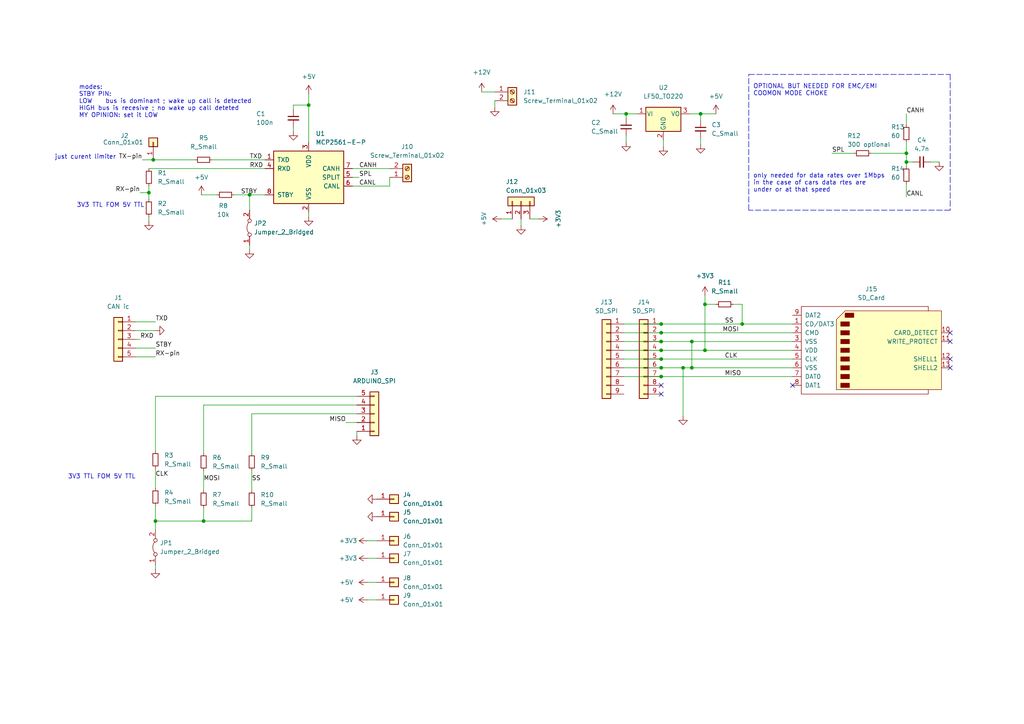
<source format=kicad_sch>
(kicad_sch (version 20211123) (generator eeschema)
  (paper "A4")
  (lib_symbols
    (symbol "Connector:SD_Card" (pin_names (offset 1.016))
      (property "Reference" "J" (at -16.51 13.97 0))
      (property "Value" "SD_Card" (at 15.24 -13.97 0))
      (symbol "SD_Card_0_1"
        (rectangle (start -8.89 -9.525) (end -6.35 -10.795) (fill (type outline)))
        (rectangle (start -8.89 -6.985) (end -6.35 -8.255) (fill (type outline)))
        (rectangle (start -8.89 -4.445) (end -6.35 -5.715) (fill (type outline)))
        (rectangle (start -8.89 -1.905) (end -6.35 -3.175) (fill (type outline)))
        (rectangle (start -8.89 0.635) (end -6.35 -0.635) (fill (type outline)))
        (rectangle (start -8.89 3.175) (end -6.35 1.905) (fill (type outline)))
        (rectangle (start -8.89 5.715) (end -6.35 4.445) (fill (type outline)))
        (rectangle (start -8.89 8.255) (end -6.35 6.985) (fill (type outline)))
        (rectangle (start -7.62 10.795) (end -5.08 9.525) (fill (type outline)))
        (polyline (pts (xy -10.16 8.89) (xy -7.62 11.43) (xy 20.32 11.43) (xy 20.32 -11.43) (xy -10.16 -11.43) (xy -10.16 8.89)) (fill (type background)))
        (polyline (pts (xy 16.51 11.43) (xy 16.51 12.7) (xy -20.32 12.7) (xy -20.32 -12.7) (xy 16.51 -12.7) (xy 16.51 -11.43)))
      )
      (symbol "SD_Card_1_1"
        (pin input line (at -22.86 7.62 0) (length 2.54) (name "CD/DAT3") (number "1"))
        (pin input line (at 22.86 5.08 180) (length 2.54) (name "CARD_DETECT") (number "10"))
        (pin input line (at 22.86 2.54 180) (length 2.54) (name "WRITE_PROTECT") (number "11"))
        (pin input line (at 22.86 -2.54 180) (length 2.54) (name "SHELL1") (number "12"))
        (pin input line (at 22.86 -5.08 180) (length 2.54) (name "SHELL2") (number "13"))
        (pin input line (at -22.86 5.08 0) (length 2.54) (name "CMD") (number "2"))
        (pin power_in line (at -22.86 2.54 0) (length 2.54) (name "VSS") (number "3"))
        (pin power_in line (at -22.86 0 0) (length 2.54) (name "VDD") (number "4"))
        (pin input line (at -22.86 -2.54 0) (length 2.54) (name "CLK") (number "5"))
        (pin power_in line (at -22.86 -5.08 0) (length 2.54) (name "VSS") (number "6"))
        (pin input line (at -22.86 -7.62 0) (length 2.54) (name "DAT0") (number "7"))
        (pin input line (at -22.86 -10.16 0) (length 2.54) (name "DAT1") (number "8"))
        (pin input line (at -22.86 10.16 0) (length 2.54) (name "DAT2") (number "9"))
      )
    )
    (symbol "Connector:Screw_Terminal_01x02" (pin_names (offset 1.016) hide)
      (property "Reference" "J" (at 0 2.54 0))
      (property "Value" "Screw_Terminal_01x02" (at 0 -5.08 0))
      (symbol "Screw_Terminal_01x02_1_1"
        (rectangle (start -1.27 1.27) (end 1.27 -3.81) (stroke (width 0.254)) (fill (type background)))
        (circle (center 0 -2.54) (radius 0.635) (stroke (width 0.1524)))
        (polyline (pts (xy -0.5334 -2.2098) (xy 0.3302 -3.048)) (stroke (width 0.1524)))
        (polyline (pts (xy -0.5334 0.3302) (xy 0.3302 -0.508)) (stroke (width 0.1524)))
        (polyline (pts (xy -0.3556 -2.032) (xy 0.508 -2.8702)) (stroke (width 0.1524)))
        (polyline (pts (xy -0.3556 0.508) (xy 0.508 -0.3302)) (stroke (width 0.1524)))
        (circle (center 0 0) (radius 0.635) (stroke (width 0.1524)))
        (pin passive line (at -5.08 0 0) (length 3.81) (name "Pin_1") (number "1"))
        (pin passive line (at -5.08 -2.54 0) (length 3.81) (name "Pin_2") (number "2"))
      )
    )
    (symbol "Connector_Generic:Conn_01x01" (pin_names (offset 1.016) hide)
      (property "Reference" "J" (at 0 2.54 0))
      (property "Value" "Conn_01x01" (at 0 -2.54 0))
      (symbol "Conn_01x01_1_1"
        (rectangle (start -1.27 0.127) (end 0 -0.127) (stroke (width 0.1524)))
        (rectangle (start -1.27 1.27) (end 1.27 -1.27) (stroke (width 0.254)) (fill (type background)))
        (pin passive line (at -5.08 0 0) (length 3.81) (name "Pin_1") (number "1"))
      )
    )
    (symbol "Connector_Generic:Conn_01x03" (pin_names (offset 1.016) hide)
      (property "Reference" "J" (at 0 5.08 0))
      (property "Value" "Conn_01x03" (at 0 -5.08 0))
      (symbol "Conn_01x03_1_1"
        (rectangle (start -1.27 -2.413) (end 0 -2.667) (stroke (width 0.1524)))
        (rectangle (start -1.27 0.127) (end 0 -0.127) (stroke (width 0.1524)))
        (rectangle (start -1.27 2.667) (end 0 2.413) (stroke (width 0.1524)))
        (rectangle (start -1.27 3.81) (end 1.27 -3.81) (stroke (width 0.254)) (fill (type background)))
        (pin passive line (at -5.08 2.54 0) (length 3.81) (name "Pin_1") (number "1"))
        (pin passive line (at -5.08 0 0) (length 3.81) (name "Pin_2") (number "2"))
        (pin passive line (at -5.08 -2.54 0) (length 3.81) (name "Pin_3") (number "3"))
      )
    )
    (symbol "Connector_Generic:Conn_01x05" (pin_names (offset 1.016) hide)
      (property "Reference" "J" (at 0 7.62 0))
      (property "Value" "Conn_01x05" (at 0 -7.62 0))
      (symbol "Conn_01x05_1_1"
        (rectangle (start -1.27 -4.953) (end 0 -5.207) (stroke (width 0.1524)))
        (rectangle (start -1.27 -2.413) (end 0 -2.667) (stroke (width 0.1524)))
        (rectangle (start -1.27 0.127) (end 0 -0.127) (stroke (width 0.1524)))
        (rectangle (start -1.27 2.667) (end 0 2.413) (stroke (width 0.1524)))
        (rectangle (start -1.27 5.207) (end 0 4.953) (stroke (width 0.1524)))
        (rectangle (start -1.27 6.35) (end 1.27 -6.35) (stroke (width 0.254)) (fill (type background)))
        (pin passive line (at -5.08 5.08 0) (length 3.81) (name "Pin_1") (number "1"))
        (pin passive line (at -5.08 2.54 0) (length 3.81) (name "Pin_2") (number "2"))
        (pin passive line (at -5.08 0 0) (length 3.81) (name "Pin_3") (number "3"))
        (pin passive line (at -5.08 -2.54 0) (length 3.81) (name "Pin_4") (number "4"))
        (pin passive line (at -5.08 -5.08 0) (length 3.81) (name "Pin_5") (number "5"))
      )
    )
    (symbol "Connector_Generic:Conn_01x09" (pin_names (offset 1.016) hide)
      (property "Reference" "J" (at 0 12.7 0))
      (property "Value" "Conn_01x09" (at 0 -12.7 0))
      (symbol "Conn_01x09_1_1"
        (rectangle (start -1.27 -10.033) (end 0 -10.287) (stroke (width 0.1524)))
        (rectangle (start -1.27 -7.493) (end 0 -7.747) (stroke (width 0.1524)))
        (rectangle (start -1.27 -4.953) (end 0 -5.207) (stroke (width 0.1524)))
        (rectangle (start -1.27 -2.413) (end 0 -2.667) (stroke (width 0.1524)))
        (rectangle (start -1.27 0.127) (end 0 -0.127) (stroke (width 0.1524)))
        (rectangle (start -1.27 2.667) (end 0 2.413) (stroke (width 0.1524)))
        (rectangle (start -1.27 5.207) (end 0 4.953) (stroke (width 0.1524)))
        (rectangle (start -1.27 7.747) (end 0 7.493) (stroke (width 0.1524)))
        (rectangle (start -1.27 10.287) (end 0 10.033) (stroke (width 0.1524)))
        (rectangle (start -1.27 11.43) (end 1.27 -11.43) (stroke (width 0.254)) (fill (type background)))
        (pin passive line (at -5.08 10.16 0) (length 3.81) (name "Pin_1") (number "1"))
        (pin passive line (at -5.08 7.62 0) (length 3.81) (name "Pin_2") (number "2"))
        (pin passive line (at -5.08 5.08 0) (length 3.81) (name "Pin_3") (number "3"))
        (pin passive line (at -5.08 2.54 0) (length 3.81) (name "Pin_4") (number "4"))
        (pin passive line (at -5.08 0 0) (length 3.81) (name "Pin_5") (number "5"))
        (pin passive line (at -5.08 -2.54 0) (length 3.81) (name "Pin_6") (number "6"))
        (pin passive line (at -5.08 -5.08 0) (length 3.81) (name "Pin_7") (number "7"))
        (pin passive line (at -5.08 -7.62 0) (length 3.81) (name "Pin_8") (number "8"))
        (pin passive line (at -5.08 -10.16 0) (length 3.81) (name "Pin_9") (number "9"))
      )
    )
    (symbol "Device:C_Small" (pin_numbers hide) (pin_names (offset 0.254) hide)
      (property "Reference" "C" (at 0.254 1.778 0))
      (property "Value" "C_Small" (at 0.254 -2.032 0))
      (symbol "C_Small_0_1"
        (polyline (pts (xy -1.524 -0.508) (xy 1.524 -0.508)) (stroke (width 0.3302)))
        (polyline (pts (xy -1.524 0.508) (xy 1.524 0.508)) (stroke (width 0.3048)))
      )
      (symbol "C_Small_1_1"
        (pin passive line (at 0 2.54 270) (length 2.032) (name "~") (number "1"))
        (pin passive line (at 0 -2.54 90) (length 2.032) (name "~") (number "2"))
      )
    )
    (symbol "Device:R_Small" (pin_numbers hide) (pin_names (offset 0.254) hide)
      (property "Reference" "R" (at 0.762 0.508 0))
      (property "Value" "R_Small" (at 0.762 -1.016 0))
      (symbol "R_Small_0_1"
        (rectangle (start -0.762 1.778) (end 0.762 -1.778) (stroke (width 0.2032)))
      )
      (symbol "R_Small_1_1"
        (pin passive line (at 0 2.54 270) (length 0.762) (name "~") (number "1"))
        (pin passive line (at 0 -2.54 90) (length 0.762) (name "~") (number "2"))
      )
    )
    (symbol "Interface_CAN_LIN:MCP2561-E-P" (pin_names (offset 1.016))
      (property "Reference" "U" (at -10.16 8.89 0))
      (property "Value" "MCP2561-E-P" (at 2.54 8.89 0))
      (symbol "MCP2561-E-P_0_1"
        (rectangle (start -10.16 7.62) (end 10.16 -7.62) (stroke (width 0.254)) (fill (type background)))
      )
      (symbol "MCP2561-E-P_1_1"
        (pin input line (at -12.7 5.08 0) (length 2.54) (name "TXD") (number "1"))
        (pin power_in line (at 0 -10.16 90) (length 2.54) (name "VSS") (number "2"))
        (pin power_in line (at 0 10.16 270) (length 2.54) (name "VDD") (number "3"))
        (pin output line (at -12.7 2.54 0) (length 2.54) (name "RXD") (number "4"))
        (pin passive line (at 12.7 0 180) (length 2.54) (name "SPLIT") (number "5"))
        (pin bidirectional line (at 12.7 -2.54 180) (length 2.54) (name "CANL") (number "6"))
        (pin bidirectional line (at 12.7 2.54 180) (length 2.54) (name "CANH") (number "7"))
        (pin input line (at -12.7 -5.08 0) (length 2.54) (name "STBY") (number "8"))
      )
    )
    (symbol "Jumper:Jumper_2_Bridged" (pin_names (offset 0) hide)
      (property "Reference" "JP" (at 0 1.905 0))
      (property "Value" "Jumper_2_Bridged" (at 0 -2.54 0))
      (symbol "Jumper_2_Bridged_0_0"
        (circle (center -2.032 0) (radius 0.508))
        (circle (center 2.032 0) (radius 0.508))
      )
      (symbol "Jumper_2_Bridged_0_1"
        (arc (start 1.524 0.254) (mid 0 0.762) (end -1.524 0.254))
      )
      (symbol "Jumper_2_Bridged_1_1"
        (pin passive line (at -5.08 0 0) (length 2.54) (name "A") (number "1"))
        (pin passive line (at 5.08 0 180) (length 2.54) (name "B") (number "2"))
      )
    )
    (symbol "Regulator_Linear:LF50_TO220" (pin_names (offset 0.254))
      (property "Reference" "U" (at -3.81 3.175 0))
      (property "Value" "LF50_TO220" (at 0 3.175 0))
      (symbol "LF50_TO220_0_1"
        (rectangle (start -5.08 1.905) (end 5.08 -5.08) (stroke (width 0.254)) (fill (type background)))
      )
      (symbol "LF50_TO220_1_1"
        (pin power_in line (at -7.62 0 0) (length 2.54) (name "VI") (number "1"))
        (pin power_in line (at 0 -7.62 90) (length 2.54) (name "GND") (number "2"))
        (pin power_out line (at 7.62 0 180) (length 2.54) (name "VO") (number "3"))
      )
    )
    (symbol "power:+12V" (power) (pin_names (offset 0))
      (property "Value" "+12V" (at 0 3.556 0))
      (symbol "+12V_0_1"
        (polyline (pts (xy -0.762 1.27) (xy 0 2.54)))
        (polyline (pts (xy 0 0) (xy 0 2.54)))
        (polyline (pts (xy 0 2.54) (xy 0.762 1.27)))
      )
      (symbol "+12V_1_1"
        (pin power_in line (at 0 0 90) (length 0) hide (name "+12V") (number "1"))
      )
    )
    (symbol "power:+3V3" (power) (pin_names (offset 0))
      (property "Value" "+3V3" (at 0 3.556 0))
      (symbol "+3V3_0_1"
        (polyline (pts (xy -0.762 1.27) (xy 0 2.54)))
        (polyline (pts (xy 0 0) (xy 0 2.54)))
        (polyline (pts (xy 0 2.54) (xy 0.762 1.27)))
      )
      (symbol "+3V3_1_1"
        (pin power_in line (at 0 0 90) (length 0) hide (name "+3V3") (number "1"))
      )
    )
    (symbol "power:+5V" (power) (pin_names (offset 0))
      (property "Value" "+5V" (at 0 3.556 0))
      (symbol "+5V_0_1"
        (polyline (pts (xy -0.762 1.27) (xy 0 2.54)))
        (polyline (pts (xy 0 0) (xy 0 2.54)))
        (polyline (pts (xy 0 2.54) (xy 0.762 1.27)))
      )
      (symbol "+5V_1_1"
        (pin power_in line (at 0 0 90) (length 0) hide (name "+5V") (number "1"))
      )
    )
    (symbol "power:GND" (power) (pin_names (offset 0))
      (property "Value" "GND" (at 0 -3.81 0))
      (symbol "GND_0_1"
        (polyline (pts (xy 0 0) (xy 0 -1.27) (xy 1.27 -1.27) (xy 0 -2.54) (xy -1.27 -1.27) (xy 0 -1.27)))
      )
      (symbol "GND_1_1"
        (pin power_in line (at 0 0 270) (length 0) hide (name "GND") (number "1"))
      )
    )
  )
  (junction (at 191.77 101.6))
  (junction (at 200.66 99.06))
  (junction (at 191.77 99.06))
  (junction (at 43.18 55.88))
  (junction (at 215.265 93.98))
  (junction (at 262.89 44.45))
  (junction (at 191.77 93.98))
  (junction (at 203.2 33.02))
  (junction (at 59.055 151.13))
  (junction (at 191.77 106.68))
  (junction (at 191.77 104.14))
  (junction (at 191.77 96.52))
  (junction (at 181.61 33.02))
  (junction (at 204.47 101.6))
  (junction (at 200.66 106.68))
  (junction (at 262.89 46.99))
  (junction (at 89.535 30.48))
  (junction (at 72.39 56.515))
  (junction (at 191.77 109.22))
  (junction (at 204.47 88.265))
  (junction (at 44.45 46.355))
  (junction (at 198.12 106.68))
  (junction (at 45.085 151.13))
  (no_connect (at 275.59 104.14))
  (no_connect (at 275.59 99.06))
  (no_connect (at 191.77 111.76))
  (no_connect (at 229.87 111.76))
  (no_connect (at 191.77 114.3))
  (no_connect (at 275.59 96.52))
  (no_connect (at 275.59 106.68))
  (wire (pts (xy 102.235 51.435) (xy 104.14 51.435)))
  (wire (pts (xy 191.77 101.6) (xy 204.47 101.6)))
  (wire (pts (xy 212.725 88.265) (xy 215.265 88.265)))
  (wire (pts (xy 262.89 33.02) (xy 262.89 36.195)))
  (wire (pts (xy 192.405 40.64) (xy 192.405 42.545)))
  (wire (pts (xy 203.2 33.02) (xy 207.645 33.02)))
  (wire (pts (xy 191.77 99.06) (xy 200.66 99.06)))
  (polyline (pts (xy 275.59 60.96) (xy 217.17 60.96)))
  (wire (pts (xy 215.265 88.265) (xy 215.265 93.98)))
  (wire (pts (xy 40.64 55.88) (xy 43.18 55.88)))
  (wire (pts (xy 177.8 33.02) (xy 181.61 33.02)))
  (wire (pts (xy 191.77 96.52) (xy 229.87 96.52)))
  (wire (pts (xy 200.66 106.68) (xy 229.87 106.68)))
  (wire (pts (xy 262.89 53.34) (xy 262.89 57.15)))
  (wire (pts (xy 61.595 46.355) (xy 76.835 46.355)))
  (wire (pts (xy 191.77 104.14) (xy 229.87 104.14)))
  (wire (pts (xy 103.505 125.095) (xy 103.505 126.365)))
  (wire (pts (xy 180.975 93.98) (xy 191.77 93.98)))
  (wire (pts (xy 102.235 53.975) (xy 113.03 53.975)))
  (wire (pts (xy 45.085 114.935) (xy 45.085 130.81)))
  (wire (pts (xy 215.265 93.98) (xy 229.87 93.98)))
  (wire (pts (xy 45.085 146.685) (xy 45.085 151.13)))
  (wire (pts (xy 113.03 51.435) (xy 113.03 53.975)))
  (wire (pts (xy 72.39 56.515) (xy 72.39 60.96)))
  (wire (pts (xy 106.68 173.99) (xy 109.22 173.99)))
  (wire (pts (xy 204.47 88.265) (xy 204.47 101.6)))
  (wire (pts (xy 85.09 31.75) (xy 85.09 30.48)))
  (wire (pts (xy 180.975 96.52) (xy 191.77 96.52)))
  (wire (pts (xy 198.12 106.68) (xy 198.12 120.65)))
  (wire (pts (xy 145.415 63.5) (xy 148.59 63.5)))
  (wire (pts (xy 106.68 156.845) (xy 109.22 156.845)))
  (wire (pts (xy 72.39 56.515) (xy 76.835 56.515)))
  (wire (pts (xy 180.975 99.06) (xy 191.77 99.06)))
  (wire (pts (xy 39.37 93.345) (xy 45.085 93.345)))
  (wire (pts (xy 59.055 151.13) (xy 73.025 151.13)))
  (wire (pts (xy 191.77 109.22) (xy 229.87 109.22)))
  (wire (pts (xy 191.77 106.68) (xy 198.12 106.68)))
  (wire (pts (xy 73.025 136.525) (xy 73.025 142.24)))
  (wire (pts (xy 59.055 117.475) (xy 59.055 131.445)))
  (wire (pts (xy 85.09 30.48) (xy 89.535 30.48)))
  (wire (pts (xy 39.37 98.425) (xy 40.64 98.425)))
  (wire (pts (xy 103.505 120.015) (xy 73.025 120.015)))
  (wire (pts (xy 200.025 33.02) (xy 203.2 33.02)))
  (polyline (pts (xy 217.17 60.96) (xy 217.17 21.59)))
  (wire (pts (xy 67.945 56.515) (xy 72.39 56.515)))
  (wire (pts (xy 102.235 48.895) (xy 113.03 48.895)))
  (wire (pts (xy 269.875 46.99) (xy 272.415 46.99)))
  (wire (pts (xy 100.33 122.555) (xy 103.505 122.555)))
  (wire (pts (xy 204.47 101.6) (xy 229.87 101.6)))
  (wire (pts (xy 45.085 135.89) (xy 45.085 141.605)))
  (wire (pts (xy 203.2 40.005) (xy 203.2 41.91)))
  (wire (pts (xy 198.12 106.68) (xy 200.66 106.68)))
  (wire (pts (xy 41.275 46.355) (xy 44.45 46.355)))
  (wire (pts (xy 262.89 41.275) (xy 262.89 44.45)))
  (wire (pts (xy 39.37 100.965) (xy 45.085 100.965)))
  (wire (pts (xy 262.89 44.45) (xy 262.89 46.99)))
  (wire (pts (xy 181.61 39.37) (xy 181.61 41.275)))
  (wire (pts (xy 43.18 62.865) (xy 43.18 64.135)))
  (wire (pts (xy 200.66 99.06) (xy 200.66 106.68)))
  (wire (pts (xy 180.975 101.6) (xy 191.77 101.6)))
  (wire (pts (xy 59.055 147.32) (xy 59.055 151.13)))
  (wire (pts (xy 204.47 85.725) (xy 204.47 88.265)))
  (wire (pts (xy 200.66 99.06) (xy 229.87 99.06)))
  (wire (pts (xy 45.085 114.935) (xy 103.505 114.935)))
  (wire (pts (xy 106.68 161.925) (xy 109.22 161.925)))
  (wire (pts (xy 39.37 103.505) (xy 45.085 103.505)))
  (wire (pts (xy 180.975 109.22) (xy 191.77 109.22)))
  (wire (pts (xy 73.025 120.015) (xy 73.025 131.445)))
  (wire (pts (xy 204.47 88.265) (xy 207.645 88.265)))
  (wire (pts (xy 59.055 136.525) (xy 59.055 142.24)))
  (wire (pts (xy 252.73 44.45) (xy 262.89 44.45)))
  (wire (pts (xy 103.505 117.475) (xy 59.055 117.475)))
  (wire (pts (xy 181.61 33.02) (xy 184.785 33.02)))
  (polyline (pts (xy 217.17 21.59) (xy 275.59 21.59)))
  (wire (pts (xy 89.535 27.305) (xy 89.535 30.48)))
  (wire (pts (xy 89.535 61.595) (xy 89.535 62.865)))
  (wire (pts (xy 156.21 63.5) (xy 153.67 63.5)))
  (wire (pts (xy 58.42 56.515) (xy 62.865 56.515)))
  (wire (pts (xy 43.18 55.88) (xy 43.18 57.785)))
  (wire (pts (xy 151.13 63.5) (xy 151.13 65.405)))
  (wire (pts (xy 203.2 33.02) (xy 203.2 34.925)))
  (wire (pts (xy 262.89 46.99) (xy 262.89 48.26)))
  (wire (pts (xy 45.085 151.13) (xy 45.085 153.67)))
  (wire (pts (xy 191.77 93.98) (xy 215.265 93.98)))
  (wire (pts (xy 73.025 147.32) (xy 73.025 151.13)))
  (wire (pts (xy 45.085 163.83) (xy 45.085 165.1)))
  (wire (pts (xy 72.39 71.12) (xy 72.39 72.39)))
  (wire (pts (xy 85.09 38.1) (xy 85.09 36.83)))
  (wire (pts (xy 180.975 104.14) (xy 191.77 104.14)))
  (wire (pts (xy 106.68 168.91) (xy 109.22 168.91)))
  (wire (pts (xy 43.18 53.975) (xy 43.18 55.88)))
  (wire (pts (xy 241.3 44.45) (xy 247.65 44.45)))
  (wire (pts (xy 44.45 46.355) (xy 56.515 46.355)))
  (wire (pts (xy 139.7 26.67) (xy 143.51 26.67)))
  (wire (pts (xy 181.61 33.02) (xy 181.61 34.29)))
  (wire (pts (xy 43.18 48.895) (xy 76.835 48.895)))
  (wire (pts (xy 45.085 151.13) (xy 59.055 151.13)))
  (polyline (pts (xy 275.59 21.59) (xy 275.59 60.96)))
  (wire (pts (xy 39.37 95.885) (xy 45.085 95.885)))
  (wire (pts (xy 180.975 106.68) (xy 191.77 106.68)))
  (wire (pts (xy 262.89 46.99) (xy 264.795 46.99)))
  (wire (pts (xy 89.535 30.48) (xy 89.535 41.275)))
  (wire (pts (xy 143.51 29.21) (xy 143.51 31.115)))
  (text "3V3 TTL FOM 5V TTL" (at 22.225 60.325 0) (effects (font (size 1.27 1.27)) (justify left bottom)))
  (text "only needed for data rates over 1Mbps\nin the case of cars data rtes are\nunder or at that speed" (at 218.44 55.88 0) (effects (font (size 1.27 1.27)) (justify left bottom)))
  (text "OPTIONAL BUT NEEDED FOR EMC/EMI\nCOOMON MODE CHOKE" (at 218.44 27.94 0) (effects (font (size 1.27 1.27)) (justify left bottom)))
  (text "modes:\nSTBY PIN:\nLOW    bus is dominant ; wake up call is detected\nHIGH bus is recesive ; no wake up call deteted\nMY OPINION: set it LOW" (at 22.86 34.29 0) (effects (font (size 1.27 1.27)) (justify left bottom)))
  (text "just curent limiter" (at 15.875 46.355 0) (effects (font (size 1.27 1.27)) (justify left bottom)))
  (text "3V3 TTL FOM 5V TTL" (at 19.685 139.065 0) (effects (font (size 1.27 1.27)) (justify left bottom)))
  (label "CLK" (at 210.185 104.14 0))
  (label "MOSI" (at 209.55 96.52 0))
  (label "TXD" (at 72.39 46.355 0))
  (label "CANH" (at 104.14 48.895 0))
  (label "SS" (at 73.025 139.7 0))
  (label "SPL" (at 104.14 51.435 0))
  (label "RXD" (at 72.39 48.895 0))
  (label "RX-pin" (at 45.085 103.505 0))
  (label "RXD" (at 40.64 98.425 0))
  (label "TXD" (at 45.085 93.345 0))
  (label "MISO" (at 210.185 109.22 0))
  (label "MOSI" (at 59.055 139.7 0))
  (label "TX-pin" (at 41.275 46.355 180))
  (label "STBY" (at 69.85 56.515 0))
  (label "CLK" (at 45.085 138.43 0))
  (label "MISO" (at 100.33 122.555 180))
  (label "STBY" (at 45.085 100.965 0))
  (label "CANL" (at 262.89 57.15 0))
  (label "SPL" (at 241.3 44.45 0))
  (label "RX-pin" (at 40.64 55.88 180))
  (label "CANH" (at 262.89 33.02 0))
  (label "CANL" (at 104.14 53.975 0))
  (label "SS" (at 210.185 93.98 0))
  (symbol (lib_id "Connector_Generic:Conn_01x01") (at 114.3 168.91 0) (unit 1)
    (property "Reference" "J8" (at 116.84 167.6399 0) (effects (justify left)))
    (property "Value" "Conn_01x01" (at 116.84 170.1799 0) (effects (justify left)))
    (property "Footprint" "Connector_PinHeader_2.54mm:PinHeader_1x01_P2.54mm_Vertical" (effects hide))
  )
  (symbol (lib_id "Device:R_Small") (at 262.89 38.735 0) (unit 1)
    (property "Reference" "R13" (at 258.445 36.83 0) (effects (justify left)))
    (property "Value" "60" (at 258.445 39.37 0) (effects (justify left)))
    (property "Footprint" "Resistor_THT:R_Axial_DIN0204_L3.6mm_D1.6mm_P5.08mm_Horizontal" (effects hide))
  )
  (symbol (lib_id "power:GND") (at 72.39 72.39 0) (unit 1)
    (property "Reference" "#PWR05" (effects hide))
    (property "Value" "GND" (effects hide))
  )
  (symbol (lib_id "Interface_CAN_LIN:MCP2561-E-P") (at 89.535 51.435 0) (unit 1)
    (property "Reference" "U1" (at 91.5544 38.735 0) (effects (justify left)))
    (property "Value" "MCP2561-E-P" (at 91.5544 41.275 0) (effects (justify left)))
    (property "Footprint" "Package_DIP:DIP-8_W7.62mm_LongPads" (effects hide))
    (property "Datasheet" "http://ww1.microchip.com/downloads/en/DeviceDoc/25167A.pdf" (effects hide))
  )
  (symbol (lib_id "Connector_Generic:Conn_01x09") (at 175.895 104.14 0) (mirror y) (unit 1)
    (property "Reference" "J13" (at 175.895 87.63 0))
    (property "Value" "SD_SPI" (at 175.895 90.17 0))
    (property "Footprint" "Connector_PinHeader_2.54mm:PinHeader_1x07_P2.54mm_Vertical" (effects hide))
  )
  (symbol (lib_id "power:+12V") (at 177.8 33.02 0) (unit 1)
    (property "Reference" "#PWR021" (effects hide))
    (property "Value" "+12V" (at 177.8 27.305 0))
  )
  (symbol (lib_id "Jumper:Jumper_2_Bridged") (at 72.39 66.04 90) (unit 1)
    (property "Reference" "JP2" (at 73.66 64.7699 90) (effects (justify right)))
    (property "Value" "Jumper_2_Bridged" (at 73.66 67.3099 90) (effects (justify right)))
    (property "Footprint" "Connector_PinHeader_2.54mm:PinHeader_1x02_P2.54mm_Vertical" (effects hide))
  )
  (symbol (lib_id "power:GND") (at 192.405 42.545 0) (unit 1)
    (property "Reference" "#PWR023" (effects hide))
    (property "Value" "GND" (effects hide))
  )
  (symbol (lib_id "power:GND") (at 143.51 31.115 0) (unit 1)
    (property "Reference" "#PWR017" (effects hide))
    (property "Value" "GND" (effects hide))
  )
  (symbol (lib_id "power:GND") (at 45.085 95.885 90) (unit 1)
    (property "Reference" "#PWR02" (effects hide))
    (property "Value" "GND" (effects hide))
  )
  (symbol (lib_id "power:+5V") (at 106.68 168.91 90) (unit 1)
    (property "Reference" "#PWR012" (effects hide))
    (property "Value" "+5V" (at 98.425 168.91 90) (effects (justify right)))
  )
  (symbol (lib_id "power:GND") (at 151.13 65.405 0) (unit 1)
    (property "Reference" "#PWR019" (effects hide))
    (property "Value" "GND" (effects hide))
  )
  (symbol (lib_id "Device:R_Small") (at 45.085 133.35 0) (unit 1)
    (property "Reference" "R3" (at 47.625 132.0799 0) (effects (justify left)))
    (property "Value" "R_Small" (at 47.625 134.6199 0) (effects (justify left)))
    (property "Footprint" "Resistor_THT:R_Axial_DIN0204_L3.6mm_D1.6mm_P5.08mm_Horizontal" (effects hide))
  )
  (symbol (lib_id "Device:R_Small") (at 45.085 144.145 0) (unit 1)
    (property "Reference" "R4" (at 47.625 142.8749 0) (effects (justify left)))
    (property "Value" "R_Small" (at 47.625 145.4149 0) (effects (justify left)))
    (property "Footprint" "Resistor_THT:R_Axial_DIN0204_L3.6mm_D1.6mm_P5.08mm_Horizontal" (effects hide))
  )
  (symbol (lib_id "power:+3V3") (at 156.21 63.5 270) (unit 1)
    (property "Reference" "#PWR020" (effects hide))
    (property "Value" "+3V3" (at 161.925 63.5 0))
  )
  (symbol (lib_id "Jumper:Jumper_2_Bridged") (at 45.085 158.75 90) (unit 1)
    (property "Reference" "JP1" (at 46.355 157.4799 90) (effects (justify right)))
    (property "Value" "Jumper_2_Bridged" (at 46.355 160.0199 90) (effects (justify right)))
    (property "Footprint" "Connector_PinHeader_2.54mm:PinHeader_1x02_P2.54mm_Vertical" (effects hide))
  )
  (symbol (lib_id "power:+12V") (at 139.7 26.67 0) (unit 1)
    (property "Reference" "#PWR016" (effects hide))
    (property "Value" "+12V" (at 139.7 20.955 0))
  )
  (symbol (lib_id "Connector:SD_Card") (at 252.73 101.6 0) (unit 1)
    (property "Reference" "J15" (at 252.73 83.82 0))
    (property "Value" "SD_Card" (at 252.73 86.36 0))
    (property "Datasheet" "http://portal.fciconnect.com/Comergent//fci/drawing/10067847.pdf" (effects hide))
  )
  (symbol (lib_id "power:GND") (at 109.22 144.78 270) (unit 1)
    (property "Reference" "#PWR014" (effects hide))
    (property "Value" "GND" (effects hide))
  )
  (symbol (lib_id "Connector_Generic:Conn_01x01") (at 114.3 161.925 0) (unit 1)
    (property "Reference" "J7" (at 116.84 160.6549 0) (effects (justify left)))
    (property "Value" "Conn_01x01" (at 116.84 163.1949 0) (effects (justify left)))
    (property "Footprint" "Connector_PinHeader_2.54mm:PinHeader_1x01_P2.54mm_Vertical" (effects hide))
  )
  (symbol (lib_id "power:+5V") (at 207.645 33.02 0) (unit 1)
    (property "Reference" "#PWR027" (effects hide))
    (property "Value" "+5V" (at 207.645 27.94 0))
  )
  (symbol (lib_id "Device:R_Small") (at 59.055 133.985 0) (unit 1)
    (property "Reference" "R6" (at 61.595 132.7149 0) (effects (justify left)))
    (property "Value" "R_Small" (at 61.595 135.2549 0) (effects (justify left)))
    (property "Footprint" "Resistor_THT:R_Axial_DIN0204_L3.6mm_D1.6mm_P5.08mm_Horizontal" (effects hide))
  )
  (symbol (lib_id "power:GND") (at 43.18 64.135 0) (unit 1)
    (property "Reference" "#PWR01" (effects hide))
    (property "Value" "GND" (effects hide))
  )
  (symbol (lib_id "Connector_Generic:Conn_01x05") (at 108.585 120.015 0) (mirror x) (unit 1)
    (property "Reference" "J3" (at 108.585 107.95 0))
    (property "Value" "ARDUINO_SPI" (at 108.585 110.49 0))
    (property "Footprint" "Connector_PinHeader_2.54mm:PinHeader_1x05_P2.54mm_Vertical" (effects hide))
  )
  (symbol (lib_id "power:GND") (at 109.22 149.86 270) (unit 1)
    (property "Reference" "#PWR015" (effects hide))
    (property "Value" "GND" (effects hide))
  )
  (symbol (lib_id "Device:R_Small") (at 210.185 88.265 90) (unit 1)
    (property "Reference" "R11" (at 210.185 81.915 90))
    (property "Value" "R_Small" (at 210.185 84.455 90))
    (property "Footprint" "Resistor_THT:R_Axial_DIN0204_L3.6mm_D1.6mm_P5.08mm_Horizontal" (effects hide))
  )
  (symbol (lib_id "Device:R_Small") (at 43.18 51.435 0) (unit 1)
    (property "Reference" "R1" (at 45.72 50.1649 0) (effects (justify left)))
    (property "Value" "R_Small" (at 45.72 52.7049 0) (effects (justify left)))
    (property "Footprint" "Resistor_THT:R_Axial_DIN0204_L3.6mm_D1.6mm_P5.08mm_Horizontal" (effects hide))
  )
  (symbol (lib_id "Device:R_Small") (at 73.025 133.985 0) (unit 1)
    (property "Reference" "R9" (at 75.565 132.7149 0) (effects (justify left)))
    (property "Value" "R_Small" (at 75.565 135.2549 0) (effects (justify left)))
    (property "Footprint" "Resistor_THT:R_Axial_DIN0204_L3.6mm_D1.6mm_P5.08mm_Horizontal" (effects hide))
  )
  (symbol (lib_id "power:GND") (at 198.12 120.65 0) (unit 1)
    (property "Reference" "#PWR024" (effects hide))
    (property "Value" "GND" (effects hide))
  )
  (symbol (lib_id "Connector_Generic:Conn_01x01") (at 114.3 173.99 0) (unit 1)
    (property "Reference" "J9" (at 116.84 172.7199 0) (effects (justify left)))
    (property "Value" "Conn_01x01" (at 116.84 175.2599 0) (effects (justify left)))
    (property "Footprint" "Connector_PinHeader_2.54mm:PinHeader_1x01_P2.54mm_Vertical" (effects hide))
  )
  (symbol (lib_id "Device:R_Small") (at 59.055 46.355 90) (unit 1)
    (property "Reference" "R5" (at 59.055 40.005 90))
    (property "Value" "R_Small" (at 59.055 42.545 90))
    (property "Footprint" "Resistor_THT:R_Axial_DIN0204_L3.6mm_D1.6mm_P5.08mm_Horizontal" (effects hide))
  )
  (symbol (lib_id "Device:R_Small") (at 59.055 144.78 0) (unit 1)
    (property "Reference" "R7" (at 61.595 143.5099 0) (effects (justify left)))
    (property "Value" "R_Small" (at 61.595 146.0499 0) (effects (justify left)))
    (property "Footprint" "Resistor_THT:R_Axial_DIN0204_L3.6mm_D1.6mm_P5.08mm_Horizontal" (effects hide))
  )
  (symbol (lib_id "Device:R_Small") (at 73.025 144.78 0) (unit 1)
    (property "Reference" "R10" (at 75.565 143.5099 0) (effects (justify left)))
    (property "Value" "R_Small" (at 75.565 146.0499 0) (effects (justify left)))
    (property "Footprint" "Resistor_THT:R_Axial_DIN0204_L3.6mm_D1.6mm_P5.08mm_Horizontal" (effects hide))
  )
  (symbol (lib_id "power:+5V") (at 106.68 173.99 90) (unit 1)
    (property "Reference" "#PWR013" (effects hide))
    (property "Value" "+5V" (at 98.425 173.99 90) (effects (justify right)))
  )
  (symbol (lib_id "power:GND") (at 89.535 62.865 0) (unit 1)
    (property "Reference" "#PWR08" (effects hide))
    (property "Value" "GND" (effects hide))
  )
  (symbol (lib_id "power:+3V3") (at 106.68 161.925 90) (unit 1)
    (property "Reference" "#PWR011" (effects hide))
    (property "Value" "+3V3" (at 100.965 161.925 90))
  )
  (symbol (lib_id "Connector_Generic:Conn_01x05") (at 34.29 98.425 0) (mirror y) (unit 1)
    (property "Reference" "J1" (at 34.29 86.36 0))
    (property "Value" "CAN ic" (at 34.29 88.9 0))
    (property "Footprint" "Connector_PinHeader_2.54mm:PinHeader_1x05_P2.54mm_Vertical" (effects hide))
  )
  (symbol (lib_id "Connector_Generic:Conn_01x01") (at 114.3 156.845 0) (unit 1)
    (property "Reference" "J6" (at 116.84 155.5749 0) (effects (justify left)))
    (property "Value" "Conn_01x01" (at 116.84 158.1149 0) (effects (justify left)))
    (property "Footprint" "Connector_PinHeader_2.54mm:PinHeader_1x01_P2.54mm_Vertical" (effects hide))
  )
  (symbol (lib_id "Connector_Generic:Conn_01x01") (at 44.45 41.275 90) (unit 1)
    (property "Reference" "J2" (at 34.925 39.37 90) (effects (justify right)))
    (property "Value" "Conn_01x01" (at 29.845 41.275 90) (effects (justify right)))
    (property "Footprint" "Connector_PinHeader_2.54mm:PinHeader_1x01_P2.54mm_Vertical" (effects hide))
  )
  (symbol (lib_id "power:+5V") (at 145.415 63.5 90) (unit 1)
    (property "Reference" "#PWR018" (effects hide))
    (property "Value" "+5V" (at 140.335 63.5 0))
  )
  (symbol (lib_id "power:GND") (at 103.505 126.365 0) (unit 1)
    (property "Reference" "#PWR09" (effects hide))
    (property "Value" "GND" (effects hide))
  )
  (symbol (lib_id "Device:R_Small") (at 250.19 44.45 270) (unit 1)
    (property "Reference" "R12" (at 245.745 39.37 90) (effects (justify left)))
    (property "Value" "300 optional" (at 245.745 41.91 90) (effects (justify left)))
    (property "Footprint" "Resistor_THT:R_Axial_DIN0204_L3.6mm_D1.6mm_P5.08mm_Horizontal" (effects hide))
  )
  (symbol (lib_id "Regulator_Linear:LF50_TO220") (at 192.405 33.02 0) (unit 1)
    (property "Reference" "U2" (at 192.405 25.4 0))
    (property "Value" "LF50_TO220" (at 192.405 27.94 0))
    (property "Footprint" "Package_TO_SOT_THT:TO-220-3_Horizontal_TabDown" (effects hide))
    (property "Datasheet" "http://www.st.com/content/ccc/resource/technical/document/datasheet/c4/0e/7e/2a/be/bc/4c/bd/CD00000546.pdf/files/CD00000546.pdf/jcr:content/translations/en.CD00000546.pdf" (effects hide))
  )
  (symbol (lib_id "Connector_Generic:Conn_01x01") (at 114.3 149.86 0) (unit 1)
    (property "Reference" "J5" (at 116.84 148.5899 0) (effects (justify left)))
    (property "Value" "Conn_01x01" (at 116.84 151.1299 0) (effects (justify left)))
    (property "Footprint" "Connector_PinHeader_2.54mm:PinHeader_1x01_P2.54mm_Vertical" (effects hide))
  )
  (symbol (lib_id "Connector:Screw_Terminal_01x02") (at 148.59 26.67 0) (unit 1)
    (property "Reference" "J11" (at 151.765 26.6699 0) (effects (justify left)))
    (property "Value" "Screw_Terminal_01x02" (at 151.765 29.2099 0) (effects (justify left)))
    (property "Footprint" "TerminalBlock:TerminalBlock_Altech_AK300-2_P5.00mm" (effects hide))
  )
  (symbol (lib_id "power:GND") (at 45.085 165.1 0) (unit 1)
    (property "Reference" "#PWR03" (effects hide))
    (property "Value" "GND" (effects hide))
  )
  (symbol (lib_id "Connector_Generic:Conn_01x03") (at 151.13 58.42 90) (unit 1)
    (property "Reference" "J12" (at 146.685 52.705 90) (effects (justify right)))
    (property "Value" "Conn_01x03" (at 146.685 55.245 90) (effects (justify right)))
    (property "Footprint" "Connector_PinHeader_2.54mm:PinHeader_1x03_P2.54mm_Vertical" (effects hide))
  )
  (symbol (lib_id "Device:C_Small") (at 203.2 37.465 0) (unit 1)
    (property "Reference" "C3" (at 206.375 36.2012 0) (effects (justify left)))
    (property "Value" "C_Small" (at 206.375 38.7412 0) (effects (justify left)))
    (property "Footprint" "Capacitor_THT:C_Disc_D4.3mm_W1.9mm_P5.00mm" (effects hide))
  )
  (symbol (lib_id "power:+5V") (at 58.42 56.515 0) (unit 1)
    (property "Reference" "#PWR04" (effects hide))
    (property "Value" "+5V" (at 58.42 51.435 0))
  )
  (symbol (lib_id "Device:C_Small") (at 85.09 34.29 0) (unit 1)
    (property "Reference" "C1" (at 74.295 33.02 0) (effects (justify left)))
    (property "Value" "100n" (at 74.295 35.56 0) (effects (justify left)))
    (property "Footprint" "Capacitor_THT:C_Disc_D4.3mm_W1.9mm_P5.00mm" (effects hide))
  )
  (symbol (lib_id "power:GND") (at 85.09 38.1 0) (unit 1)
    (property "Reference" "#PWR06" (effects hide))
    (property "Value" "GND" (effects hide))
  )
  (symbol (lib_id "Device:R_Small") (at 43.18 60.325 0) (unit 1)
    (property "Reference" "R2" (at 45.72 59.0549 0) (effects (justify left)))
    (property "Value" "R_Small" (at 45.72 61.5949 0) (effects (justify left)))
    (property "Footprint" "Resistor_THT:R_Axial_DIN0204_L3.6mm_D1.6mm_P5.08mm_Horizontal" (effects hide))
  )
  (symbol (lib_id "Device:C_Small") (at 267.335 46.99 90) (unit 1)
    (property "Reference" "C4" (at 267.3413 40.64 90))
    (property "Value" "4.7n" (at 267.3413 43.18 90))
    (property "Footprint" "Capacitor_THT:C_Disc_D4.3mm_W1.9mm_P5.00mm" (effects hide))
  )
  (symbol (lib_id "Connector_Generic:Conn_01x01") (at 114.3 144.78 0) (unit 1)
    (property "Reference" "J4" (at 116.84 143.5099 0) (effects (justify left)))
    (property "Value" "Conn_01x01" (at 116.84 146.0499 0) (effects (justify left)))
    (property "Footprint" "Connector_PinHeader_2.54mm:PinHeader_1x01_P2.54mm_Vertical" (effects hide))
  )
  (symbol (lib_id "Connector_Generic:Conn_01x09") (at 186.69 104.14 0) (mirror y) (unit 1)
    (property "Reference" "J14" (at 186.69 87.63 0))
    (property "Value" "SD_SPI" (at 186.69 90.17 0))
    (property "Footprint" "Connector_PinHeader_2.54mm:PinHeader_1x07_P2.54mm_Vertical" (effects hide))
  )
  (symbol (lib_id "power:GND") (at 203.2 41.91 0) (unit 1)
    (property "Reference" "#PWR025" (effects hide))
    (property "Value" "GND" (effects hide))
  )
  (symbol (lib_id "Connector:Screw_Terminal_01x02") (at 118.11 51.435 0) (mirror x) (unit 1)
    (property "Reference" "J10" (at 118.11 42.545 0))
    (property "Value" "Screw_Terminal_01x02" (at 118.11 45.085 0))
    (property "Footprint" "TerminalBlock:TerminalBlock_Altech_AK300-2_P5.00mm" (effects hide))
  )
  (symbol (lib_id "Device:R_Small") (at 65.405 56.515 270) (unit 1)
    (property "Reference" "R8" (at 64.77 59.69 90))
    (property "Value" "10k" (at 64.77 62.23 90))
    (property "Footprint" "Resistor_THT:R_Axial_DIN0204_L3.6mm_D1.6mm_P5.08mm_Horizontal" (effects hide))
  )
  (symbol (lib_id "power:+5V") (at 89.535 27.305 0) (unit 1)
    (property "Reference" "#PWR07" (effects hide))
    (property "Value" "+5V" (at 89.535 22.225 0))
  )
  (symbol (lib_id "Device:C_Small") (at 181.61 36.83 180) (unit 1)
    (property "Reference" "C2" (at 171.45 35.56 0) (effects (justify right)))
    (property "Value" "C_Small" (at 171.45 38.1 0) (effects (justify right)))
    (property "Footprint" "Capacitor_THT:CP_Radial_Tantal_D5.0mm_P5.00mm" (effects hide))
  )
  (symbol (lib_id "power:+3V3") (at 204.47 85.725 0) (unit 1)
    (property "Reference" "#PWR026" (effects hide))
    (property "Value" "+3V3" (at 204.47 80.01 0))
  )
  (symbol (lib_id "power:+3V3") (at 106.68 156.845 90) (unit 1)
    (property "Reference" "#PWR010" (effects hide))
    (property "Value" "+3V3" (at 100.965 156.845 90))
  )
  (symbol (lib_id "Device:R_Small") (at 262.89 50.8 0) (unit 1)
    (property "Reference" "R14" (at 258.445 48.895 0) (effects (justify left)))
    (property "Value" "60" (at 258.445 51.435 0) (effects (justify left)))
    (property "Footprint" "Resistor_THT:R_Axial_DIN0204_L3.6mm_D1.6mm_P5.08mm_Horizontal" (effects hide))
  )
  (symbol (lib_id "power:GND") (at 272.415 46.99 0) (unit 1)
    (property "Reference" "#PWR028" (effects hide))
    (property "Value" "GND" (effects hide))
  )
  (symbol (lib_id "power:GND") (at 181.61 41.275 0) (unit 1)
    (property "Reference" "#PWR022" (effects hide))
    (property "Value" "GND" (effects hide))
  )
)
</source>
